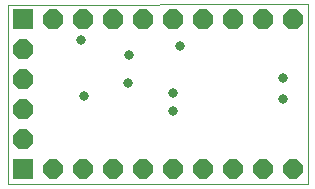
<source format=gbs>
G75*
%MOIN*%
%OFA0B0*%
%FSLAX25Y25*%
%IPPOS*%
%LPD*%
%AMOC8*
5,1,8,0,0,1.08239X$1,22.5*
%
%ADD10C,0.00000*%
%ADD11R,0.06506X0.06506*%
%ADD12OC8,0.06506*%
%ADD13R,0.06600X0.06600*%
%ADD14OC8,0.06600*%
%ADD15C,0.03300*%
D10*
X0040000Y0001600D02*
X0040000Y0061561D01*
X0140000Y0061600D01*
X0140000Y0001600D01*
X0040000Y0001600D01*
D11*
X0045000Y0006600D03*
D12*
X0055000Y0006600D03*
X0065000Y0006600D03*
X0075000Y0006600D03*
X0085000Y0006600D03*
X0095000Y0006600D03*
X0105000Y0006600D03*
X0115000Y0006600D03*
X0125000Y0006600D03*
X0135000Y0006600D03*
D13*
X0045000Y0056600D03*
D14*
X0055000Y0056600D03*
X0065000Y0056600D03*
X0075000Y0056600D03*
X0085000Y0056600D03*
X0095000Y0056600D03*
X0105000Y0056600D03*
X0115000Y0056600D03*
X0125000Y0056600D03*
X0135000Y0056600D03*
X0045000Y0046600D03*
X0045000Y0036600D03*
X0045000Y0026600D03*
X0045000Y0016600D03*
D15*
X0065625Y0030975D03*
X0080000Y0035350D03*
X0095000Y0032225D03*
X0095000Y0025975D03*
X0131875Y0029946D03*
X0131875Y0037004D03*
X0097500Y0047850D03*
X0080625Y0044725D03*
X0064375Y0049725D03*
M02*

</source>
